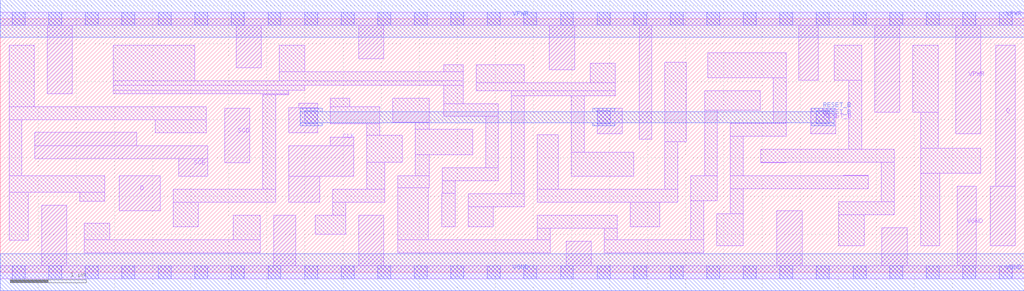
<source format=lef>
# Copyright 2020 The SkyWater PDK Authors
#
# Licensed under the Apache License, Version 2.0 (the "License");
# you may not use this file except in compliance with the License.
# You may obtain a copy of the License at
#
#     https://www.apache.org/licenses/LICENSE-2.0
#
# Unless required by applicable law or agreed to in writing, software
# distributed under the License is distributed on an "AS IS" BASIS,
# WITHOUT WARRANTIES OR CONDITIONS OF ANY KIND, either express or implied.
# See the License for the specific language governing permissions and
# limitations under the License.
#
# SPDX-License-Identifier: Apache-2.0

VERSION 5.7 ;
  NAMESCASESENSITIVE ON ;
  NOWIREEXTENSIONATPIN ON ;
  DIVIDERCHAR "/" ;
  BUSBITCHARS "[]" ;
UNITS
  DATABASE MICRONS 200 ;
END UNITS
MACRO sky130_fd_sc_ms__sdfrtp_1
  CLASS CORE ;
  SOURCE USER ;
  FOREIGN sky130_fd_sc_ms__sdfrtp_1 ;
  ORIGIN  0.000000  0.000000 ;
  SIZE  13.44000 BY  3.330000 ;
  SYMMETRY X Y R90 ;
  SITE unit ;
  PIN D
    ANTENNAGATEAREA  0.178200 ;
    DIRECTION INPUT ;
    USE SIGNAL ;
    PORT
      LAYER li1 ;
        RECT 1.565000 0.810000 2.100000 1.265000 ;
    END
  END D
  PIN Q
    ANTENNADIFFAREA  0.524500 ;
    DIRECTION OUTPUT ;
    USE SIGNAL ;
    PORT
      LAYER li1 ;
        RECT 12.995000 0.350000 13.325000 1.130000 ;
        RECT 13.070000 1.130000 13.325000 2.980000 ;
    END
  END Q
  PIN RESET_B
    ANTENNAGATEAREA  0.455400 ;
    DIRECTION INPUT ;
    USE SIGNAL ;
    PORT
      LAYER li1 ;
        RECT  3.785000 1.830000  4.165000 2.160000 ;
        RECT  3.920000 2.160000  4.165000 2.220000 ;
        RECT  7.835000 1.815000  8.165000 2.150000 ;
        RECT 10.640000 1.820000 10.970000 2.150000 ;
      LAYER mcon ;
        RECT  3.995000 1.950000  4.165000 2.120000 ;
        RECT  7.835000 1.950000  8.005000 2.120000 ;
        RECT 10.715000 1.950000 10.885000 2.120000 ;
      LAYER met1 ;
        RECT  3.935000 1.920000  4.225000 1.965000 ;
        RECT  3.935000 1.965000 10.945000 2.105000 ;
        RECT  3.935000 2.105000  4.225000 2.150000 ;
        RECT  7.775000 1.920000  8.065000 1.965000 ;
        RECT  7.775000 2.105000  8.065000 2.150000 ;
        RECT 10.655000 1.920000 10.945000 1.965000 ;
        RECT 10.655000 2.105000 10.945000 2.150000 ;
    END
  END RESET_B
  PIN SCD
    ANTENNAGATEAREA  0.178200 ;
    DIRECTION INPUT ;
    USE SIGNAL ;
    PORT
      LAYER li1 ;
        RECT 2.945000 1.440000 3.275000 2.150000 ;
    END
  END SCD
  PIN SCE
    ANTENNAGATEAREA  0.356400 ;
    DIRECTION INPUT ;
    USE SIGNAL ;
    PORT
      LAYER li1 ;
        RECT 0.455000 1.490000 2.725000 1.660000 ;
        RECT 0.455000 1.660000 1.795000 1.835000 ;
        RECT 2.345000 1.260000 2.725000 1.490000 ;
    END
  END SCE
  PIN CLK
    ANTENNAGATEAREA  0.312600 ;
    DIRECTION INPUT ;
    USE CLOCK ;
    PORT
      LAYER li1 ;
        RECT 3.785000 0.920000 4.195000 1.260000 ;
        RECT 3.785000 1.260000 4.640000 1.660000 ;
        RECT 4.335000 1.660000 4.640000 1.775000 ;
    END
  END CLK
  PIN VGND
    DIRECTION INOUT ;
    USE GROUND ;
    PORT
      LAYER li1 ;
        RECT  0.000000 -0.085000 13.440000 0.085000 ;
        RECT  0.545000  0.085000  0.875000 0.880000 ;
        RECT  3.590000  0.085000  3.880000 0.750000 ;
        RECT  4.705000  0.085000  5.035000 0.750000 ;
        RECT  7.430000  0.085000  7.760000 0.410000 ;
        RECT 10.195000  0.085000 10.525000 0.810000 ;
        RECT 11.570000  0.085000 11.905000 0.585000 ;
        RECT 12.565000  0.085000 12.815000 1.130000 ;
      LAYER mcon ;
        RECT  0.155000 -0.085000  0.325000 0.085000 ;
        RECT  0.635000 -0.085000  0.805000 0.085000 ;
        RECT  1.115000 -0.085000  1.285000 0.085000 ;
        RECT  1.595000 -0.085000  1.765000 0.085000 ;
        RECT  2.075000 -0.085000  2.245000 0.085000 ;
        RECT  2.555000 -0.085000  2.725000 0.085000 ;
        RECT  3.035000 -0.085000  3.205000 0.085000 ;
        RECT  3.515000 -0.085000  3.685000 0.085000 ;
        RECT  3.995000 -0.085000  4.165000 0.085000 ;
        RECT  4.475000 -0.085000  4.645000 0.085000 ;
        RECT  4.955000 -0.085000  5.125000 0.085000 ;
        RECT  5.435000 -0.085000  5.605000 0.085000 ;
        RECT  5.915000 -0.085000  6.085000 0.085000 ;
        RECT  6.395000 -0.085000  6.565000 0.085000 ;
        RECT  6.875000 -0.085000  7.045000 0.085000 ;
        RECT  7.355000 -0.085000  7.525000 0.085000 ;
        RECT  7.835000 -0.085000  8.005000 0.085000 ;
        RECT  8.315000 -0.085000  8.485000 0.085000 ;
        RECT  8.795000 -0.085000  8.965000 0.085000 ;
        RECT  9.275000 -0.085000  9.445000 0.085000 ;
        RECT  9.755000 -0.085000  9.925000 0.085000 ;
        RECT 10.235000 -0.085000 10.405000 0.085000 ;
        RECT 10.715000 -0.085000 10.885000 0.085000 ;
        RECT 11.195000 -0.085000 11.365000 0.085000 ;
        RECT 11.675000 -0.085000 11.845000 0.085000 ;
        RECT 12.155000 -0.085000 12.325000 0.085000 ;
        RECT 12.635000 -0.085000 12.805000 0.085000 ;
        RECT 13.115000 -0.085000 13.285000 0.085000 ;
      LAYER met1 ;
        RECT 0.000000 -0.245000 13.440000 0.245000 ;
    END
  END VGND
  PIN VPWR
    DIRECTION INOUT ;
    USE POWER ;
    PORT
      LAYER li1 ;
        RECT  0.000000 3.245000 13.440000 3.415000 ;
        RECT  0.615000 2.345000  0.945000 3.245000 ;
        RECT  3.095000 2.685000  3.425000 3.245000 ;
        RECT  4.705000 2.800000  5.035000 3.245000 ;
        RECT  7.205000 2.660000  7.540000 3.245000 ;
        RECT  8.385000 1.745000  8.555000 3.245000 ;
        RECT 10.485000 2.520000 10.735000 3.245000 ;
        RECT 11.480000 2.100000 11.810000 3.245000 ;
        RECT 12.540000 1.820000 12.870000 3.245000 ;
      LAYER mcon ;
        RECT  0.155000 3.245000  0.325000 3.415000 ;
        RECT  0.635000 3.245000  0.805000 3.415000 ;
        RECT  1.115000 3.245000  1.285000 3.415000 ;
        RECT  1.595000 3.245000  1.765000 3.415000 ;
        RECT  2.075000 3.245000  2.245000 3.415000 ;
        RECT  2.555000 3.245000  2.725000 3.415000 ;
        RECT  3.035000 3.245000  3.205000 3.415000 ;
        RECT  3.515000 3.245000  3.685000 3.415000 ;
        RECT  3.995000 3.245000  4.165000 3.415000 ;
        RECT  4.475000 3.245000  4.645000 3.415000 ;
        RECT  4.955000 3.245000  5.125000 3.415000 ;
        RECT  5.435000 3.245000  5.605000 3.415000 ;
        RECT  5.915000 3.245000  6.085000 3.415000 ;
        RECT  6.395000 3.245000  6.565000 3.415000 ;
        RECT  6.875000 3.245000  7.045000 3.415000 ;
        RECT  7.355000 3.245000  7.525000 3.415000 ;
        RECT  7.835000 3.245000  8.005000 3.415000 ;
        RECT  8.315000 3.245000  8.485000 3.415000 ;
        RECT  8.795000 3.245000  8.965000 3.415000 ;
        RECT  9.275000 3.245000  9.445000 3.415000 ;
        RECT  9.755000 3.245000  9.925000 3.415000 ;
        RECT 10.235000 3.245000 10.405000 3.415000 ;
        RECT 10.715000 3.245000 10.885000 3.415000 ;
        RECT 11.195000 3.245000 11.365000 3.415000 ;
        RECT 11.675000 3.245000 11.845000 3.415000 ;
        RECT 12.155000 3.245000 12.325000 3.415000 ;
        RECT 12.635000 3.245000 12.805000 3.415000 ;
        RECT 13.115000 3.245000 13.285000 3.415000 ;
      LAYER met1 ;
        RECT 0.000000 3.085000 13.440000 3.575000 ;
    END
  END VPWR
  OBS
    LAYER li1 ;
      RECT  0.115000 0.420000  0.365000 1.050000 ;
      RECT  0.115000 1.050000  1.375000 1.265000 ;
      RECT  0.115000 1.265000  0.285000 2.005000 ;
      RECT  0.115000 2.005000  2.705000 2.175000 ;
      RECT  0.115000 2.175000  0.445000 2.980000 ;
      RECT  1.045000 0.935000  1.375000 1.050000 ;
      RECT  1.105000 0.255000  3.410000 0.425000 ;
      RECT  1.105000 0.425000  1.435000 0.640000 ;
      RECT  1.485000 2.345000  3.785000 2.390000 ;
      RECT  1.485000 2.390000  3.995000 2.455000 ;
      RECT  1.485000 2.455000  6.075000 2.515000 ;
      RECT  1.485000 2.515000  2.555000 2.980000 ;
      RECT  2.035000 1.830000  2.705000 2.005000 ;
      RECT  2.270000 0.595000  2.600000 0.920000 ;
      RECT  2.270000 0.920000  3.615000 1.090000 ;
      RECT  3.060000 0.425000  3.410000 0.750000 ;
      RECT  3.445000 1.090000  3.615000 2.330000 ;
      RECT  3.445000 2.330000  3.785000 2.345000 ;
      RECT  3.665000 2.515000  6.075000 2.630000 ;
      RECT  3.665000 2.630000  3.995000 2.980000 ;
      RECT  4.135000 0.500000  4.535000 0.750000 ;
      RECT  4.335000 1.950000  4.980000 2.170000 ;
      RECT  4.335000 2.170000  4.585000 2.285000 ;
      RECT  4.365000 0.750000  4.535000 0.920000 ;
      RECT  4.365000 0.920000  5.045000 1.090000 ;
      RECT  4.810000 1.090000  5.045000 1.445000 ;
      RECT  4.810000 1.445000  5.280000 1.800000 ;
      RECT  4.810000 1.800000  4.980000 1.950000 ;
      RECT  5.155000 1.970000  5.630000 2.285000 ;
      RECT  5.215000 0.255000  7.220000 0.425000 ;
      RECT  5.215000 0.425000  5.620000 1.110000 ;
      RECT  5.215000 1.110000  5.630000 1.265000 ;
      RECT  5.450000 1.265000  5.630000 1.545000 ;
      RECT  5.450000 1.545000  6.200000 1.875000 ;
      RECT  5.450000 1.875000  5.630000 1.970000 ;
      RECT  5.795000 0.595000  5.975000 1.035000 ;
      RECT  5.800000 1.035000  5.975000 1.200000 ;
      RECT  5.800000 1.200000  6.540000 1.370000 ;
      RECT  5.825000 2.045000  6.540000 2.215000 ;
      RECT  5.825000 2.215000  6.075000 2.455000 ;
      RECT  5.825000 2.630000  6.075000 2.725000 ;
      RECT  6.145000 0.595000  6.470000 0.860000 ;
      RECT  6.145000 0.860000  6.880000 1.030000 ;
      RECT  6.250000 2.385000  8.075000 2.490000 ;
      RECT  6.250000 2.490000  6.880000 2.725000 ;
      RECT  6.370000 1.370000  6.540000 2.045000 ;
      RECT  6.710000 1.030000  6.880000 2.320000 ;
      RECT  6.710000 2.320000  8.075000 2.385000 ;
      RECT  7.050000 0.425000  7.220000 0.580000 ;
      RECT  7.050000 0.580000  8.100000 0.750000 ;
      RECT  7.050000 0.920000  8.895000 1.090000 ;
      RECT  7.050000 1.090000  7.325000 1.805000 ;
      RECT  7.495000 1.260000  8.315000 1.575000 ;
      RECT  7.495000 1.575000  7.665000 2.320000 ;
      RECT  7.745000 2.490000  8.075000 2.745000 ;
      RECT  7.930000 0.255000  9.235000 0.425000 ;
      RECT  7.930000 0.425000  8.100000 0.580000 ;
      RECT  8.270000 0.595000  8.655000 0.920000 ;
      RECT  8.725000 1.090000  8.895000 1.715000 ;
      RECT  8.725000 1.715000  9.005000 2.755000 ;
      RECT  9.065000 0.425000  9.235000 0.940000 ;
      RECT  9.065000 0.940000  9.415000 1.270000 ;
      RECT  9.245000 1.270000  9.415000 2.125000 ;
      RECT  9.245000 2.125000  9.975000 2.380000 ;
      RECT  9.290000 2.550000 10.315000 2.880000 ;
      RECT  9.405000 0.350000  9.755000 0.770000 ;
      RECT  9.585000 0.770000  9.755000 1.095000 ;
      RECT  9.585000 1.095000 11.395000 1.265000 ;
      RECT  9.585000 1.265000  9.755000 1.785000 ;
      RECT  9.585000 1.785000 10.315000 1.955000 ;
      RECT  9.985000 1.435000 10.315000 1.445000 ;
      RECT  9.985000 1.445000 11.735000 1.615000 ;
      RECT 10.145000 1.955000 10.315000 2.550000 ;
      RECT 10.945000 2.520000 11.310000 2.980000 ;
      RECT 11.010000 0.350000 11.340000 0.755000 ;
      RECT 11.010000 0.755000 11.735000 0.925000 ;
      RECT 11.065000 1.265000 11.395000 1.275000 ;
      RECT 11.140000 1.615000 11.310000 2.520000 ;
      RECT 11.565000 0.925000 11.735000 1.445000 ;
      RECT 11.980000 2.100000 12.310000 2.980000 ;
      RECT 12.085000 0.350000 12.335000 1.300000 ;
      RECT 12.085000 1.300000 12.870000 1.630000 ;
      RECT 12.085000 1.630000 12.310000 2.100000 ;
  END
END sky130_fd_sc_ms__sdfrtp_1

</source>
